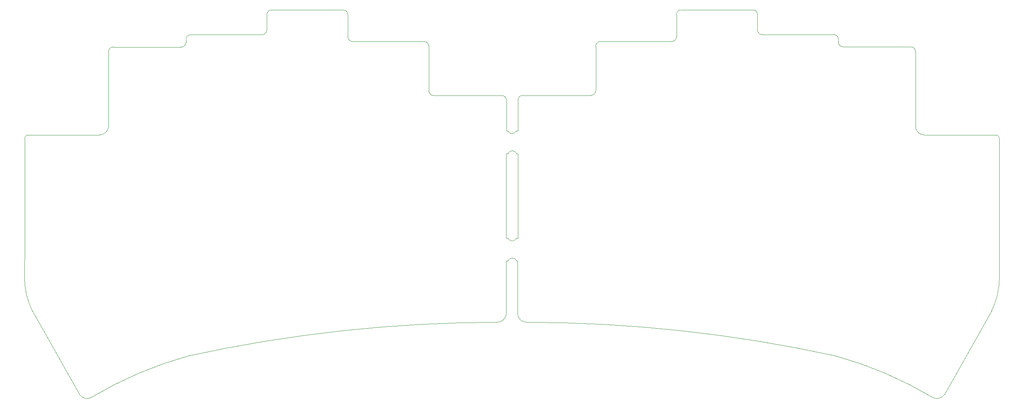
<source format=gbr>
%TF.GenerationSoftware,KiCad,Pcbnew,(6.0.7-1)-1*%
%TF.CreationDate,2022-08-06T17:31:22-07:00*%
%TF.ProjectId,sweepv2,73776565-7076-4322-9e6b-696361645f70,rev?*%
%TF.SameCoordinates,Original*%
%TF.FileFunction,Profile,NP*%
%FSLAX46Y46*%
G04 Gerber Fmt 4.6, Leading zero omitted, Abs format (unit mm)*
G04 Created by KiCad (PCBNEW (6.0.7-1)-1) date 2022-08-06 17:31:22*
%MOMM*%
%LPD*%
G01*
G04 APERTURE LIST*
%TA.AperFunction,Profile*%
%ADD10C,0.050000*%
%TD*%
G04 APERTURE END LIST*
D10*
X131508500Y-77724000D02*
X131506254Y-89547024D01*
X219998045Y-47763999D02*
X219998298Y-31095523D01*
X223714000Y-108050000D02*
G75*
G03*
X226446000Y-107451265I1070000J1650000D01*
G01*
X219998002Y-47763999D02*
G75*
G03*
X222033002Y-49694917I1999998J69999D01*
G01*
X238688000Y-50442000D02*
G75*
G03*
X237938000Y-49692000I-750000J0D01*
G01*
X131506294Y-89547021D02*
G75*
G03*
X133544000Y-91383119I1978006J146421D01*
G01*
X223714000Y-108050000D02*
G75*
G03*
X202185134Y-98863946I-44316000J-74040000D01*
G01*
X222033002Y-49694917D02*
X237938000Y-49692000D01*
X202185136Y-98863939D02*
G75*
G03*
X133544000Y-91383119I-69219136J-316475461D01*
G01*
X238688000Y-58420000D02*
X238688000Y-66548000D01*
X236953304Y-88858150D02*
X226446000Y-107451265D01*
X236953327Y-88858162D02*
G75*
G03*
X238700000Y-81534000I-15027227J7454062D01*
G01*
X238688000Y-50442000D02*
X238688000Y-58420000D01*
X131580700Y-41910310D02*
X131572000Y-48700000D01*
X238688000Y-66548000D02*
X238688000Y-75438000D01*
X238688000Y-75438000D02*
X238700000Y-81534000D01*
X129349500Y-72644000D02*
X128960000Y-72644000D01*
X129349500Y-53848000D02*
X128960000Y-53848000D01*
X129349500Y-77724000D02*
X128960000Y-77724000D01*
X131572000Y-53848000D02*
X131572000Y-72644000D01*
X21792000Y-50442000D02*
X21792000Y-58420000D01*
X128960000Y-77724000D02*
X128975507Y-89545022D01*
X126936000Y-91383122D02*
G75*
G03*
X128975507Y-89545022I59500J1984522D01*
G01*
X40481999Y-47763999D02*
X40481692Y-31125519D01*
X21792000Y-66548000D02*
X21792000Y-73914000D01*
X23526696Y-88858150D02*
X34034000Y-107451265D01*
X38446998Y-49694918D02*
G75*
G03*
X40481999Y-47763999I35002J2000918D01*
G01*
X126936000Y-91383119D02*
G75*
G03*
X58294866Y-98863946I578050J-323956411D01*
G01*
X21779999Y-81534000D02*
G75*
G03*
X23526696Y-88858150I16773851J129950D01*
G01*
X22542000Y-49692000D02*
G75*
G03*
X21792000Y-50442000I0J-750000D01*
G01*
X38446998Y-49694917D02*
X22542000Y-49692000D01*
X21792000Y-58420000D02*
X21792000Y-66548000D01*
X34034000Y-107451265D02*
G75*
G03*
X36766000Y-108050000I1662000J1051265D01*
G01*
X58294866Y-98863946D02*
G75*
G03*
X36766000Y-108050000I22787134J-83226054D01*
G01*
X21792000Y-73914000D02*
X21780000Y-81534000D01*
X128960000Y-53848000D02*
X128960000Y-72644000D01*
X129013945Y-41927157D02*
X129013945Y-48768000D01*
X149954645Y-28890000D02*
X165694645Y-28890000D01*
X58721692Y-27372366D02*
X74341692Y-27372366D01*
X185953778Y-27353070D02*
X186090000Y-27351907D01*
X93722738Y-27810461D02*
G75*
G03*
X94796191Y-28910000I1080662J-18739D01*
G01*
X76830000Y-21870757D02*
X92580000Y-21870757D01*
X184854293Y-26279571D02*
G75*
G03*
X185953778Y-27353070I1080807J7171D01*
G01*
X183850000Y-21845762D02*
X183740000Y-21846519D01*
X203943778Y-30083070D02*
X218998298Y-30082370D01*
X131571999Y-48768000D02*
X131400000Y-48768000D01*
X166852367Y-22847453D02*
X166851955Y-22915762D01*
X202844293Y-29009571D02*
G75*
G03*
X203943778Y-30083070I1080807J7171D01*
G01*
X132573852Y-40889974D02*
G75*
G03*
X131580700Y-41910310I27648J-1020426D01*
G01*
X110640000Y-28906847D02*
X110706847Y-28910000D01*
X131572000Y-48700000D02*
X131572000Y-48768000D01*
X75720000Y-22960000D02*
X75720000Y-22880000D01*
X75720000Y-26220000D02*
X75720000Y-22960000D01*
X184850000Y-22855762D02*
X184850000Y-22935762D01*
X41481692Y-30112310D02*
G75*
G03*
X40481692Y-31125519I308J-1000390D01*
G01*
X165694645Y-28890000D02*
X165773809Y-28885762D01*
X93718045Y-27720000D02*
X93722692Y-27810460D01*
X111726491Y-39807307D02*
G75*
G03*
X112800000Y-40906847I1080709J-18693D01*
G01*
X111718045Y-39600000D02*
X111726501Y-39807307D01*
X129014023Y-41927157D02*
G75*
G03*
X128020792Y-40906847I-1020723J-43D01*
G01*
X219998248Y-31095522D02*
G75*
G03*
X218998298Y-30082370I-1000248J12822D01*
G01*
X129013945Y-48768000D02*
X129349501Y-48767999D01*
X93718045Y-22940000D02*
X93718045Y-27720000D01*
X165773809Y-28885745D02*
G75*
G03*
X166847308Y-27786222I-7209J1080845D01*
G01*
X167990000Y-21846519D02*
X183740000Y-21846519D01*
X111719981Y-29910000D02*
G75*
G03*
X110706847Y-28910000I-1000381J-300D01*
G01*
X129349501Y-72643999D02*
G75*
G03*
X131254499Y-72644000I952499J380999D01*
G01*
X56626222Y-30107325D02*
G75*
G03*
X57725762Y-29033809I18678J1080725D01*
G01*
X131572000Y-53848000D02*
X131254500Y-53848000D01*
X184849960Y-22855761D02*
G75*
G03*
X183850000Y-21845762I-997160J12761D01*
G01*
X149887798Y-28893153D02*
X149954645Y-28890000D01*
X58721692Y-27372310D02*
G75*
G03*
X57721692Y-28385519I308J-1000390D01*
G01*
X186228308Y-27348128D02*
X201848308Y-27348128D01*
X131254499Y-77724001D02*
G75*
G03*
X129349501Y-77724000I-952499J-380999D01*
G01*
X111718045Y-30100000D02*
X111718045Y-39600000D01*
X75720000Y-26220000D02*
X75715762Y-26303809D01*
X76720000Y-21869922D02*
G75*
G03*
X75720000Y-22880000I-2800J-997278D01*
G01*
X184850000Y-22935762D02*
X184850000Y-26195762D01*
X76830000Y-21870757D02*
X76720000Y-21870000D01*
X132573853Y-40890000D02*
X147794645Y-40890000D01*
X92580000Y-21870757D02*
X92704480Y-21871691D01*
X112800000Y-40906847D02*
X128020792Y-40906847D01*
X94900000Y-28906847D02*
X110640000Y-28906847D01*
X166847308Y-27786222D02*
X166851955Y-27695762D01*
X111718045Y-30100000D02*
X111720000Y-29910000D01*
X93717691Y-22871691D02*
G75*
G03*
X92704480Y-21871691I-1000391J-309D01*
G01*
X167865520Y-21847453D02*
X167990000Y-21846519D01*
X202848308Y-28361281D02*
X202844238Y-29009571D01*
X166851955Y-27695762D02*
X166851955Y-22915762D01*
X202848290Y-28361281D02*
G75*
G03*
X201848308Y-27348128I-1000290J12781D01*
G01*
X149887798Y-28893127D02*
G75*
G03*
X148874645Y-29893153I-12798J-1000273D01*
G01*
X41481692Y-30112366D02*
X56626222Y-30107308D01*
X74616222Y-27377325D02*
G75*
G03*
X75715762Y-26303809I18678J1080725D01*
G01*
X94900000Y-28906847D02*
X94796191Y-28910000D01*
X57725762Y-29033809D02*
X57721692Y-28385519D01*
X93718045Y-22940000D02*
X93717633Y-22871691D01*
X186090000Y-27351907D02*
X186228308Y-27348128D01*
X131572000Y-72644000D02*
X131254500Y-72644000D01*
X131400000Y-48768000D02*
X131254499Y-48768000D01*
X129349501Y-48767999D02*
G75*
G03*
X131254499Y-48768000I952499J380999D01*
G01*
X184854238Y-26279571D02*
X184850000Y-26195762D01*
X167865520Y-21847449D02*
G75*
G03*
X166852367Y-22847453I-12820J-1000251D01*
G01*
X131508500Y-77724000D02*
X131254500Y-77724000D01*
X148874645Y-29893153D02*
X148876600Y-30083153D01*
X131254499Y-53848001D02*
G75*
G03*
X129349501Y-53848000I-952499J-380999D01*
G01*
X148868144Y-39790460D02*
X148876600Y-39583153D01*
X74480000Y-27376145D02*
X74616222Y-27377308D01*
X148876600Y-39583153D02*
X148876600Y-30083153D01*
X147794645Y-40889982D02*
G75*
G03*
X148868144Y-39790460I-7145J1080782D01*
G01*
X74341692Y-27372366D02*
X74480000Y-27376145D01*
M02*

</source>
